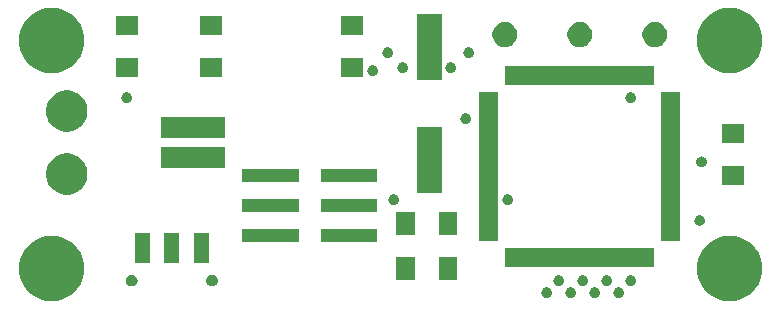
<source format=gbr>
G04 #@! TF.GenerationSoftware,KiCad,Pcbnew,(5.1.2)-2*
G04 #@! TF.CreationDate,2019-06-19T15:06:05-04:00*
G04 #@! TF.ProjectId,binary_counter,62696e61-7279-45f6-936f-756e7465722e,rev?*
G04 #@! TF.SameCoordinates,Original*
G04 #@! TF.FileFunction,Soldermask,Top*
G04 #@! TF.FilePolarity,Negative*
%FSLAX46Y46*%
G04 Gerber Fmt 4.6, Leading zero omitted, Abs format (unit mm)*
G04 Created by KiCad (PCBNEW (5.1.2)-2) date 2019-06-19 15:06:05*
%MOMM*%
%LPD*%
G04 APERTURE LIST*
%ADD10C,0.100000*%
G04 APERTURE END LIST*
D10*
G36*
X161230943Y-121231205D02*
G01*
X161585925Y-121301815D01*
X162087503Y-121509576D01*
X162538912Y-121811197D01*
X162922803Y-122195088D01*
X163224424Y-122646497D01*
X163432185Y-123148075D01*
X163538100Y-123680548D01*
X163538100Y-124223452D01*
X163432185Y-124755925D01*
X163224424Y-125257503D01*
X162922803Y-125708912D01*
X162538912Y-126092803D01*
X162087503Y-126394424D01*
X161585925Y-126602185D01*
X161230943Y-126672795D01*
X161053453Y-126708100D01*
X160510547Y-126708100D01*
X160333057Y-126672795D01*
X159978075Y-126602185D01*
X159476497Y-126394424D01*
X159025088Y-126092803D01*
X158641197Y-125708912D01*
X158339576Y-125257503D01*
X158131815Y-124755925D01*
X158025900Y-124223452D01*
X158025900Y-123680548D01*
X158131815Y-123148075D01*
X158339576Y-122646497D01*
X158641197Y-122195088D01*
X159025088Y-121811197D01*
X159476497Y-121509576D01*
X159978075Y-121301815D01*
X160333057Y-121231205D01*
X160510547Y-121195900D01*
X161053453Y-121195900D01*
X161230943Y-121231205D01*
X161230943Y-121231205D01*
G37*
G36*
X103826943Y-121231205D02*
G01*
X104181925Y-121301815D01*
X104683503Y-121509576D01*
X105134912Y-121811197D01*
X105518803Y-122195088D01*
X105820424Y-122646497D01*
X106028185Y-123148075D01*
X106134100Y-123680548D01*
X106134100Y-124223452D01*
X106028185Y-124755925D01*
X105820424Y-125257503D01*
X105518803Y-125708912D01*
X105134912Y-126092803D01*
X104683503Y-126394424D01*
X104181925Y-126602185D01*
X103826943Y-126672795D01*
X103649453Y-126708100D01*
X103106547Y-126708100D01*
X102929057Y-126672795D01*
X102574075Y-126602185D01*
X102072497Y-126394424D01*
X101621088Y-126092803D01*
X101237197Y-125708912D01*
X100935576Y-125257503D01*
X100727815Y-124755925D01*
X100621900Y-124223452D01*
X100621900Y-123680548D01*
X100727815Y-123148075D01*
X100935576Y-122646497D01*
X101237197Y-122195088D01*
X101621088Y-121811197D01*
X102072497Y-121509576D01*
X102574075Y-121301815D01*
X102929057Y-121231205D01*
X103106547Y-121195900D01*
X103649453Y-121195900D01*
X103826943Y-121231205D01*
X103826943Y-121231205D01*
G37*
G36*
X151515552Y-125550331D02*
G01*
X151597627Y-125584328D01*
X151597629Y-125584329D01*
X151634813Y-125609175D01*
X151671494Y-125633684D01*
X151734314Y-125696504D01*
X151783670Y-125770369D01*
X151783672Y-125770373D01*
X151817669Y-125852448D01*
X151835000Y-125939579D01*
X151835000Y-126028421D01*
X151817669Y-126115552D01*
X151783672Y-126197627D01*
X151734316Y-126271494D01*
X151671496Y-126334314D01*
X151597629Y-126383671D01*
X151597628Y-126383672D01*
X151597627Y-126383672D01*
X151515552Y-126417669D01*
X151428421Y-126435000D01*
X151339579Y-126435000D01*
X151252448Y-126417669D01*
X151170373Y-126383672D01*
X151170372Y-126383672D01*
X151170371Y-126383671D01*
X151096504Y-126334314D01*
X151033686Y-126271496D01*
X151033685Y-126271494D01*
X150984328Y-126197627D01*
X150950331Y-126115552D01*
X150933000Y-126028421D01*
X150933000Y-125939579D01*
X150950331Y-125852448D01*
X150984328Y-125770373D01*
X150984331Y-125770369D01*
X151033686Y-125696504D01*
X151096504Y-125633686D01*
X151096507Y-125633684D01*
X151133187Y-125609175D01*
X151170371Y-125584329D01*
X151170373Y-125584328D01*
X151252448Y-125550331D01*
X151339579Y-125533000D01*
X151428421Y-125533000D01*
X151515552Y-125550331D01*
X151515552Y-125550331D01*
G37*
G36*
X145419548Y-125550331D02*
G01*
X145501623Y-125584328D01*
X145501625Y-125584329D01*
X145538809Y-125609175D01*
X145575490Y-125633684D01*
X145638310Y-125696504D01*
X145687666Y-125770369D01*
X145687668Y-125770373D01*
X145721665Y-125852448D01*
X145738996Y-125939579D01*
X145738996Y-126028421D01*
X145721665Y-126115552D01*
X145687668Y-126197627D01*
X145638312Y-126271494D01*
X145575492Y-126334314D01*
X145501625Y-126383671D01*
X145501624Y-126383672D01*
X145501623Y-126383672D01*
X145419548Y-126417669D01*
X145332417Y-126435000D01*
X145243575Y-126435000D01*
X145156444Y-126417669D01*
X145074369Y-126383672D01*
X145074368Y-126383672D01*
X145074367Y-126383671D01*
X145000500Y-126334314D01*
X144937682Y-126271496D01*
X144937681Y-126271494D01*
X144888324Y-126197627D01*
X144854327Y-126115552D01*
X144836996Y-126028421D01*
X144836996Y-125939579D01*
X144854327Y-125852448D01*
X144888324Y-125770373D01*
X144888327Y-125770369D01*
X144937682Y-125696504D01*
X145000500Y-125633686D01*
X145000503Y-125633684D01*
X145037183Y-125609175D01*
X145074367Y-125584329D01*
X145074369Y-125584328D01*
X145156444Y-125550331D01*
X145243575Y-125533000D01*
X145332417Y-125533000D01*
X145419548Y-125550331D01*
X145419548Y-125550331D01*
G37*
G36*
X149483552Y-125550329D02*
G01*
X149565627Y-125584326D01*
X149565629Y-125584327D01*
X149602813Y-125609173D01*
X149639495Y-125633683D01*
X149702315Y-125696503D01*
X149702316Y-125696505D01*
X149751670Y-125770367D01*
X149751672Y-125770371D01*
X149785669Y-125852446D01*
X149803000Y-125939577D01*
X149803000Y-126028419D01*
X149785669Y-126115550D01*
X149751673Y-126197623D01*
X149751671Y-126197627D01*
X149726825Y-126234811D01*
X149702315Y-126271493D01*
X149639495Y-126334313D01*
X149639492Y-126334315D01*
X149565629Y-126383669D01*
X149565628Y-126383670D01*
X149565627Y-126383670D01*
X149483552Y-126417667D01*
X149396421Y-126434998D01*
X149307579Y-126434998D01*
X149220448Y-126417667D01*
X149138373Y-126383670D01*
X149138372Y-126383670D01*
X149138371Y-126383669D01*
X149064508Y-126334315D01*
X149064505Y-126334313D01*
X149001685Y-126271493D01*
X148977175Y-126234811D01*
X148952329Y-126197627D01*
X148952327Y-126197623D01*
X148918331Y-126115550D01*
X148901000Y-126028419D01*
X148901000Y-125939577D01*
X148918331Y-125852446D01*
X148952328Y-125770371D01*
X148952331Y-125770367D01*
X149001684Y-125696505D01*
X149001685Y-125696503D01*
X149064505Y-125633683D01*
X149101187Y-125609173D01*
X149138371Y-125584327D01*
X149138373Y-125584326D01*
X149220448Y-125550329D01*
X149307579Y-125532998D01*
X149396421Y-125532998D01*
X149483552Y-125550329D01*
X149483552Y-125550329D01*
G37*
G36*
X147451552Y-125550325D02*
G01*
X147533627Y-125584322D01*
X147533629Y-125584323D01*
X147570813Y-125609169D01*
X147607495Y-125633679D01*
X147670315Y-125696499D01*
X147719672Y-125770367D01*
X147753669Y-125852442D01*
X147771000Y-125939573D01*
X147771000Y-126028415D01*
X147753669Y-126115546D01*
X147719672Y-126197621D01*
X147719671Y-126197623D01*
X147719668Y-126197627D01*
X147670315Y-126271489D01*
X147607495Y-126334309D01*
X147607486Y-126334315D01*
X147533629Y-126383665D01*
X147533628Y-126383666D01*
X147533627Y-126383666D01*
X147451552Y-126417663D01*
X147364421Y-126434994D01*
X147275579Y-126434994D01*
X147188448Y-126417663D01*
X147106373Y-126383666D01*
X147106372Y-126383666D01*
X147106371Y-126383665D01*
X147032514Y-126334315D01*
X147032505Y-126334309D01*
X146969685Y-126271489D01*
X146920332Y-126197627D01*
X146920329Y-126197623D01*
X146920328Y-126197621D01*
X146886331Y-126115546D01*
X146869000Y-126028415D01*
X146869000Y-125939573D01*
X146886331Y-125852442D01*
X146920328Y-125770367D01*
X146969685Y-125696499D01*
X147032505Y-125633679D01*
X147069187Y-125609169D01*
X147106371Y-125584323D01*
X147106373Y-125584322D01*
X147188448Y-125550325D01*
X147275579Y-125532994D01*
X147364421Y-125532994D01*
X147451552Y-125550325D01*
X147451552Y-125550325D01*
G37*
G36*
X110235740Y-124476626D02*
G01*
X110284136Y-124486253D01*
X110321902Y-124501896D01*
X110375311Y-124524019D01*
X110416062Y-124551248D01*
X110457369Y-124578848D01*
X110527152Y-124648631D01*
X110548449Y-124680505D01*
X110581981Y-124730689D01*
X110619747Y-124821865D01*
X110639000Y-124918655D01*
X110639000Y-125017345D01*
X110619747Y-125114135D01*
X110581981Y-125205311D01*
X110581980Y-125205312D01*
X110527152Y-125287369D01*
X110457369Y-125357152D01*
X110416062Y-125384752D01*
X110375311Y-125411981D01*
X110321902Y-125434104D01*
X110284136Y-125449747D01*
X110235740Y-125459374D01*
X110187345Y-125469000D01*
X110088655Y-125469000D01*
X110040260Y-125459374D01*
X109991864Y-125449747D01*
X109954098Y-125434104D01*
X109900689Y-125411981D01*
X109859938Y-125384752D01*
X109818631Y-125357152D01*
X109748848Y-125287369D01*
X109694020Y-125205312D01*
X109694019Y-125205311D01*
X109656253Y-125114135D01*
X109637000Y-125017345D01*
X109637000Y-124918655D01*
X109656253Y-124821865D01*
X109694019Y-124730689D01*
X109727551Y-124680505D01*
X109748848Y-124648631D01*
X109818631Y-124578848D01*
X109859938Y-124551248D01*
X109900689Y-124524019D01*
X109954098Y-124501896D01*
X109991864Y-124486253D01*
X110040260Y-124476626D01*
X110088655Y-124467000D01*
X110187345Y-124467000D01*
X110235740Y-124476626D01*
X110235740Y-124476626D01*
G37*
G36*
X117035740Y-124476626D02*
G01*
X117084136Y-124486253D01*
X117121902Y-124501896D01*
X117175311Y-124524019D01*
X117216062Y-124551248D01*
X117257369Y-124578848D01*
X117327152Y-124648631D01*
X117348449Y-124680505D01*
X117381981Y-124730689D01*
X117419747Y-124821865D01*
X117439000Y-124918655D01*
X117439000Y-125017345D01*
X117419747Y-125114135D01*
X117381981Y-125205311D01*
X117381980Y-125205312D01*
X117327152Y-125287369D01*
X117257369Y-125357152D01*
X117216062Y-125384752D01*
X117175311Y-125411981D01*
X117121902Y-125434104D01*
X117084136Y-125449747D01*
X117035740Y-125459374D01*
X116987345Y-125469000D01*
X116888655Y-125469000D01*
X116840260Y-125459374D01*
X116791864Y-125449747D01*
X116754098Y-125434104D01*
X116700689Y-125411981D01*
X116659938Y-125384752D01*
X116618631Y-125357152D01*
X116548848Y-125287369D01*
X116494020Y-125205312D01*
X116494019Y-125205311D01*
X116456253Y-125114135D01*
X116437000Y-125017345D01*
X116437000Y-124918655D01*
X116456253Y-124821865D01*
X116494019Y-124730689D01*
X116527551Y-124680505D01*
X116548848Y-124648631D01*
X116618631Y-124578848D01*
X116659938Y-124551248D01*
X116700689Y-124524019D01*
X116754098Y-124501896D01*
X116791864Y-124486253D01*
X116840260Y-124476626D01*
X116888655Y-124467000D01*
X116987345Y-124467000D01*
X117035740Y-124476626D01*
X117035740Y-124476626D01*
G37*
G36*
X146435560Y-124534335D02*
G01*
X146517635Y-124568332D01*
X146517637Y-124568333D01*
X146554821Y-124593179D01*
X146591499Y-124617686D01*
X146591504Y-124617690D01*
X146654322Y-124680508D01*
X146703678Y-124754373D01*
X146703680Y-124754377D01*
X146737677Y-124836452D01*
X146755008Y-124923583D01*
X146755008Y-125012425D01*
X146737677Y-125099556D01*
X146703680Y-125181631D01*
X146654326Y-125255495D01*
X146654322Y-125255500D01*
X146591504Y-125318318D01*
X146517637Y-125367675D01*
X146517636Y-125367676D01*
X146517635Y-125367676D01*
X146435560Y-125401673D01*
X146348429Y-125419004D01*
X146259587Y-125419004D01*
X146172456Y-125401673D01*
X146090381Y-125367676D01*
X146090380Y-125367676D01*
X146090379Y-125367675D01*
X146016512Y-125318318D01*
X145953694Y-125255500D01*
X145953691Y-125255495D01*
X145904336Y-125181631D01*
X145870339Y-125099556D01*
X145853008Y-125012425D01*
X145853008Y-124923583D01*
X145870339Y-124836452D01*
X145904336Y-124754377D01*
X145904339Y-124754373D01*
X145953694Y-124680508D01*
X146016512Y-124617690D01*
X146016518Y-124617686D01*
X146053195Y-124593179D01*
X146090379Y-124568333D01*
X146090381Y-124568332D01*
X146172456Y-124534335D01*
X146259587Y-124517004D01*
X146348429Y-124517004D01*
X146435560Y-124534335D01*
X146435560Y-124534335D01*
G37*
G36*
X148467552Y-124534331D02*
G01*
X148549627Y-124568328D01*
X148549629Y-124568329D01*
X148586813Y-124593175D01*
X148623495Y-124617685D01*
X148686315Y-124680505D01*
X148735672Y-124754373D01*
X148769669Y-124836448D01*
X148787000Y-124923579D01*
X148787000Y-125012421D01*
X148769669Y-125099552D01*
X148735672Y-125181627D01*
X148735671Y-125181629D01*
X148735668Y-125181633D01*
X148686315Y-125255495D01*
X148623495Y-125318315D01*
X148623489Y-125318319D01*
X148549629Y-125367671D01*
X148549628Y-125367672D01*
X148549627Y-125367672D01*
X148467552Y-125401669D01*
X148380421Y-125419000D01*
X148291579Y-125419000D01*
X148204448Y-125401669D01*
X148122373Y-125367672D01*
X148122372Y-125367672D01*
X148122371Y-125367671D01*
X148048511Y-125318319D01*
X148048505Y-125318315D01*
X147985685Y-125255495D01*
X147936332Y-125181633D01*
X147936329Y-125181629D01*
X147936328Y-125181627D01*
X147902331Y-125099552D01*
X147885000Y-125012421D01*
X147885000Y-124923579D01*
X147902331Y-124836448D01*
X147936328Y-124754373D01*
X147985685Y-124680505D01*
X148048505Y-124617685D01*
X148085187Y-124593175D01*
X148122371Y-124568329D01*
X148122373Y-124568328D01*
X148204448Y-124534331D01*
X148291579Y-124517000D01*
X148380421Y-124517000D01*
X148467552Y-124534331D01*
X148467552Y-124534331D01*
G37*
G36*
X152531552Y-124534331D02*
G01*
X152613627Y-124568328D01*
X152613629Y-124568329D01*
X152650813Y-124593175D01*
X152687495Y-124617685D01*
X152750315Y-124680505D01*
X152799672Y-124754373D01*
X152833669Y-124836448D01*
X152851000Y-124923579D01*
X152851000Y-125012421D01*
X152833669Y-125099552D01*
X152799672Y-125181627D01*
X152799671Y-125181629D01*
X152799668Y-125181633D01*
X152750315Y-125255495D01*
X152687495Y-125318315D01*
X152687489Y-125318319D01*
X152613629Y-125367671D01*
X152613628Y-125367672D01*
X152613627Y-125367672D01*
X152531552Y-125401669D01*
X152444421Y-125419000D01*
X152355579Y-125419000D01*
X152268448Y-125401669D01*
X152186373Y-125367672D01*
X152186372Y-125367672D01*
X152186371Y-125367671D01*
X152112511Y-125318319D01*
X152112505Y-125318315D01*
X152049685Y-125255495D01*
X152000332Y-125181633D01*
X152000329Y-125181629D01*
X152000328Y-125181627D01*
X151966331Y-125099552D01*
X151949000Y-125012421D01*
X151949000Y-124923579D01*
X151966331Y-124836448D01*
X152000328Y-124754373D01*
X152049685Y-124680505D01*
X152112505Y-124617685D01*
X152149187Y-124593175D01*
X152186371Y-124568329D01*
X152186373Y-124568328D01*
X152268448Y-124534331D01*
X152355579Y-124517000D01*
X152444421Y-124517000D01*
X152531552Y-124534331D01*
X152531552Y-124534331D01*
G37*
G36*
X150499552Y-124534331D02*
G01*
X150581627Y-124568328D01*
X150581629Y-124568329D01*
X150618813Y-124593175D01*
X150655495Y-124617685D01*
X150718315Y-124680505D01*
X150767672Y-124754373D01*
X150801669Y-124836448D01*
X150819000Y-124923579D01*
X150819000Y-125012421D01*
X150801669Y-125099552D01*
X150767672Y-125181627D01*
X150767671Y-125181629D01*
X150767668Y-125181633D01*
X150718315Y-125255495D01*
X150655495Y-125318315D01*
X150655489Y-125318319D01*
X150581629Y-125367671D01*
X150581628Y-125367672D01*
X150581627Y-125367672D01*
X150499552Y-125401669D01*
X150412421Y-125419000D01*
X150323579Y-125419000D01*
X150236448Y-125401669D01*
X150154373Y-125367672D01*
X150154372Y-125367672D01*
X150154371Y-125367671D01*
X150080511Y-125318319D01*
X150080505Y-125318315D01*
X150017685Y-125255495D01*
X149968332Y-125181633D01*
X149968329Y-125181629D01*
X149968328Y-125181627D01*
X149934331Y-125099552D01*
X149917000Y-125012421D01*
X149917000Y-124923579D01*
X149934331Y-124836448D01*
X149968328Y-124754373D01*
X150017685Y-124680505D01*
X150080505Y-124617685D01*
X150117187Y-124593175D01*
X150154371Y-124568329D01*
X150154373Y-124568328D01*
X150236448Y-124534331D01*
X150323579Y-124517000D01*
X150412421Y-124517000D01*
X150499552Y-124534331D01*
X150499552Y-124534331D01*
G37*
G36*
X137729000Y-124903000D02*
G01*
X136127000Y-124903000D01*
X136127000Y-123001000D01*
X137729000Y-123001000D01*
X137729000Y-124903000D01*
X137729000Y-124903000D01*
G37*
G36*
X134129000Y-124903000D02*
G01*
X132527000Y-124903000D01*
X132527000Y-123001000D01*
X134129000Y-123001000D01*
X134129000Y-124903000D01*
X134129000Y-124903000D01*
G37*
G36*
X154408000Y-123817000D02*
G01*
X141756000Y-123817000D01*
X141756000Y-122215000D01*
X154408000Y-122215000D01*
X154408000Y-123817000D01*
X154408000Y-123817000D01*
G37*
G36*
X114189000Y-123519000D02*
G01*
X112887000Y-123519000D01*
X112887000Y-120917000D01*
X114189000Y-120917000D01*
X114189000Y-123519000D01*
X114189000Y-123519000D01*
G37*
G36*
X116689000Y-123519000D02*
G01*
X115387000Y-123519000D01*
X115387000Y-120917000D01*
X116689000Y-120917000D01*
X116689000Y-123519000D01*
X116689000Y-123519000D01*
G37*
G36*
X111689000Y-123519000D02*
G01*
X110387000Y-123519000D01*
X110387000Y-120917000D01*
X111689000Y-120917000D01*
X111689000Y-123519000D01*
X111689000Y-123519000D01*
G37*
G36*
X130923000Y-121749000D02*
G01*
X126166000Y-121749000D01*
X126166000Y-120567000D01*
X130923000Y-120567000D01*
X130923000Y-121749000D01*
X130923000Y-121749000D01*
G37*
G36*
X124278000Y-121749000D02*
G01*
X119521000Y-121749000D01*
X119521000Y-120567000D01*
X124278000Y-120567000D01*
X124278000Y-121749000D01*
X124278000Y-121749000D01*
G37*
G36*
X156583000Y-121642000D02*
G01*
X154981000Y-121642000D01*
X154981000Y-108990000D01*
X156583000Y-108990000D01*
X156583000Y-121642000D01*
X156583000Y-121642000D01*
G37*
G36*
X141183000Y-121642000D02*
G01*
X139581000Y-121642000D01*
X139581000Y-108990000D01*
X141183000Y-108990000D01*
X141183000Y-121642000D01*
X141183000Y-121642000D01*
G37*
G36*
X137729000Y-121093000D02*
G01*
X136127000Y-121093000D01*
X136127000Y-119191000D01*
X137729000Y-119191000D01*
X137729000Y-121093000D01*
X137729000Y-121093000D01*
G37*
G36*
X134129000Y-121093000D02*
G01*
X132527000Y-121093000D01*
X132527000Y-119191000D01*
X134129000Y-119191000D01*
X134129000Y-121093000D01*
X134129000Y-121093000D01*
G37*
G36*
X158373552Y-119438334D02*
G01*
X158455627Y-119472331D01*
X158455629Y-119472332D01*
X158492813Y-119497178D01*
X158529495Y-119521688D01*
X158592315Y-119584508D01*
X158641672Y-119658376D01*
X158675669Y-119740451D01*
X158693000Y-119827582D01*
X158693000Y-119916424D01*
X158675669Y-120003555D01*
X158659744Y-120042000D01*
X158641671Y-120085632D01*
X158592314Y-120159499D01*
X158529496Y-120222317D01*
X158455629Y-120271674D01*
X158455628Y-120271675D01*
X158455627Y-120271675D01*
X158373552Y-120305672D01*
X158286421Y-120323003D01*
X158197579Y-120323003D01*
X158110448Y-120305672D01*
X158028373Y-120271675D01*
X158028372Y-120271675D01*
X158028371Y-120271674D01*
X157954504Y-120222317D01*
X157891686Y-120159499D01*
X157842329Y-120085632D01*
X157824256Y-120042000D01*
X157808331Y-120003555D01*
X157791000Y-119916424D01*
X157791000Y-119827582D01*
X157808331Y-119740451D01*
X157842328Y-119658376D01*
X157891685Y-119584508D01*
X157954505Y-119521688D01*
X157991187Y-119497178D01*
X158028371Y-119472332D01*
X158028373Y-119472331D01*
X158110448Y-119438334D01*
X158197579Y-119421003D01*
X158286421Y-119421003D01*
X158373552Y-119438334D01*
X158373552Y-119438334D01*
G37*
G36*
X130923000Y-119209000D02*
G01*
X126166000Y-119209000D01*
X126166000Y-118027000D01*
X130923000Y-118027000D01*
X130923000Y-119209000D01*
X130923000Y-119209000D01*
G37*
G36*
X124278000Y-119209000D02*
G01*
X119521000Y-119209000D01*
X119521000Y-118027000D01*
X124278000Y-118027000D01*
X124278000Y-119209000D01*
X124278000Y-119209000D01*
G37*
G36*
X142117552Y-117676331D02*
G01*
X142186764Y-117705000D01*
X142199629Y-117710329D01*
X142236813Y-117735175D01*
X142273495Y-117759685D01*
X142336315Y-117822505D01*
X142385672Y-117896373D01*
X142419669Y-117978448D01*
X142437000Y-118065579D01*
X142437000Y-118154421D01*
X142419669Y-118241552D01*
X142385672Y-118323627D01*
X142385671Y-118323629D01*
X142336314Y-118397496D01*
X142273496Y-118460314D01*
X142199629Y-118509671D01*
X142199628Y-118509672D01*
X142199627Y-118509672D01*
X142117552Y-118543669D01*
X142030421Y-118561000D01*
X141941579Y-118561000D01*
X141854448Y-118543669D01*
X141772373Y-118509672D01*
X141772372Y-118509672D01*
X141772371Y-118509671D01*
X141698504Y-118460314D01*
X141635686Y-118397496D01*
X141586329Y-118323629D01*
X141586328Y-118323627D01*
X141552331Y-118241552D01*
X141535000Y-118154421D01*
X141535000Y-118065579D01*
X141552331Y-117978448D01*
X141586328Y-117896373D01*
X141635685Y-117822505D01*
X141698505Y-117759685D01*
X141735187Y-117735175D01*
X141772371Y-117710329D01*
X141785236Y-117705000D01*
X141854448Y-117676331D01*
X141941579Y-117659000D01*
X142030421Y-117659000D01*
X142117552Y-117676331D01*
X142117552Y-117676331D01*
G37*
G36*
X132465552Y-117676331D02*
G01*
X132534764Y-117705000D01*
X132547629Y-117710329D01*
X132584813Y-117735175D01*
X132621495Y-117759685D01*
X132684315Y-117822505D01*
X132733672Y-117896373D01*
X132767669Y-117978448D01*
X132785000Y-118065579D01*
X132785000Y-118154421D01*
X132767669Y-118241552D01*
X132733672Y-118323627D01*
X132733671Y-118323629D01*
X132684314Y-118397496D01*
X132621496Y-118460314D01*
X132547629Y-118509671D01*
X132547628Y-118509672D01*
X132547627Y-118509672D01*
X132465552Y-118543669D01*
X132378421Y-118561000D01*
X132289579Y-118561000D01*
X132202448Y-118543669D01*
X132120373Y-118509672D01*
X132120372Y-118509672D01*
X132120371Y-118509671D01*
X132046504Y-118460314D01*
X131983686Y-118397496D01*
X131934329Y-118323629D01*
X131934328Y-118323627D01*
X131900331Y-118241552D01*
X131883000Y-118154421D01*
X131883000Y-118065579D01*
X131900331Y-117978448D01*
X131934328Y-117896373D01*
X131983685Y-117822505D01*
X132046505Y-117759685D01*
X132083187Y-117735175D01*
X132120371Y-117710329D01*
X132133236Y-117705000D01*
X132202448Y-117676331D01*
X132289579Y-117659000D01*
X132378421Y-117659000D01*
X132465552Y-117676331D01*
X132465552Y-117676331D01*
G37*
G36*
X105045985Y-114247860D02*
G01*
X105158748Y-114270290D01*
X105290741Y-114324963D01*
X105477408Y-114402283D01*
X105764196Y-114593909D01*
X106008091Y-114837804D01*
X106199717Y-115124592D01*
X106232400Y-115203496D01*
X106326221Y-115430000D01*
X106331710Y-115443253D01*
X106399000Y-115781540D01*
X106399000Y-116126460D01*
X106331710Y-116464747D01*
X106199717Y-116783408D01*
X106008091Y-117070196D01*
X105764196Y-117314091D01*
X105477408Y-117505717D01*
X105290741Y-117583037D01*
X105158748Y-117637710D01*
X105051716Y-117659000D01*
X104820460Y-117705000D01*
X104475540Y-117705000D01*
X104244284Y-117659000D01*
X104137252Y-117637710D01*
X104005259Y-117583037D01*
X103818592Y-117505717D01*
X103531804Y-117314091D01*
X103287909Y-117070196D01*
X103096283Y-116783408D01*
X102964290Y-116464747D01*
X102897000Y-116126460D01*
X102897000Y-115781540D01*
X102964290Y-115443253D01*
X102969780Y-115430000D01*
X103063600Y-115203496D01*
X103096283Y-115124592D01*
X103287909Y-114837804D01*
X103531804Y-114593909D01*
X103818592Y-114402283D01*
X104005259Y-114324963D01*
X104137252Y-114270290D01*
X104250015Y-114247860D01*
X104475540Y-114203000D01*
X104820460Y-114203000D01*
X105045985Y-114247860D01*
X105045985Y-114247860D01*
G37*
G36*
X136433000Y-117533000D02*
G01*
X134331000Y-117533000D01*
X134331000Y-111931000D01*
X136433000Y-111931000D01*
X136433000Y-117533000D01*
X136433000Y-117533000D01*
G37*
G36*
X161987000Y-116901000D02*
G01*
X160085000Y-116901000D01*
X160085000Y-115299000D01*
X161987000Y-115299000D01*
X161987000Y-116901000D01*
X161987000Y-116901000D01*
G37*
G36*
X130923000Y-116669000D02*
G01*
X126166000Y-116669000D01*
X126166000Y-115487000D01*
X130923000Y-115487000D01*
X130923000Y-116669000D01*
X130923000Y-116669000D01*
G37*
G36*
X124278000Y-116669000D02*
G01*
X119521000Y-116669000D01*
X119521000Y-115487000D01*
X124278000Y-115487000D01*
X124278000Y-116669000D01*
X124278000Y-116669000D01*
G37*
G36*
X118054000Y-115430000D02*
G01*
X112622000Y-115430000D01*
X112622000Y-113678000D01*
X118054000Y-113678000D01*
X118054000Y-115430000D01*
X118054000Y-115430000D01*
G37*
G36*
X158519552Y-114482331D02*
G01*
X158601627Y-114516328D01*
X158601629Y-114516329D01*
X158638813Y-114541175D01*
X158675495Y-114565685D01*
X158738315Y-114628505D01*
X158787672Y-114702373D01*
X158821669Y-114784448D01*
X158839000Y-114871579D01*
X158839000Y-114960421D01*
X158821669Y-115047552D01*
X158787672Y-115129627D01*
X158787671Y-115129629D01*
X158738314Y-115203496D01*
X158675496Y-115266314D01*
X158601629Y-115315671D01*
X158601628Y-115315672D01*
X158601627Y-115315672D01*
X158519552Y-115349669D01*
X158432421Y-115367000D01*
X158343579Y-115367000D01*
X158256448Y-115349669D01*
X158174373Y-115315672D01*
X158174372Y-115315672D01*
X158174371Y-115315671D01*
X158100504Y-115266314D01*
X158037686Y-115203496D01*
X157988329Y-115129629D01*
X157988328Y-115129627D01*
X157954331Y-115047552D01*
X157937000Y-114960421D01*
X157937000Y-114871579D01*
X157954331Y-114784448D01*
X157988328Y-114702373D01*
X158037685Y-114628505D01*
X158100505Y-114565685D01*
X158137187Y-114541175D01*
X158174371Y-114516329D01*
X158174373Y-114516328D01*
X158256448Y-114482331D01*
X158343579Y-114465000D01*
X158432421Y-114465000D01*
X158519552Y-114482331D01*
X158519552Y-114482331D01*
G37*
G36*
X161987000Y-113301000D02*
G01*
X160085000Y-113301000D01*
X160085000Y-111699000D01*
X161987000Y-111699000D01*
X161987000Y-113301000D01*
X161987000Y-113301000D01*
G37*
G36*
X118054000Y-112890000D02*
G01*
X112622000Y-112890000D01*
X112622000Y-111138000D01*
X118054000Y-111138000D01*
X118054000Y-112890000D01*
X118054000Y-112890000D01*
G37*
G36*
X105045985Y-108907860D02*
G01*
X105158748Y-108930290D01*
X105290741Y-108984963D01*
X105477408Y-109062283D01*
X105764196Y-109253909D01*
X106008091Y-109497804D01*
X106199717Y-109784592D01*
X106331710Y-110103253D01*
X106399000Y-110441540D01*
X106399000Y-110786460D01*
X106363584Y-110964505D01*
X106331710Y-111124748D01*
X106277037Y-111256741D01*
X106199717Y-111443408D01*
X106008091Y-111730196D01*
X105764196Y-111974091D01*
X105477408Y-112165717D01*
X105290741Y-112243037D01*
X105158748Y-112297710D01*
X105045985Y-112320140D01*
X104820460Y-112365000D01*
X104475540Y-112365000D01*
X104250015Y-112320140D01*
X104137252Y-112297710D01*
X104005259Y-112243037D01*
X103818592Y-112165717D01*
X103531804Y-111974091D01*
X103287909Y-111730196D01*
X103096283Y-111443408D01*
X103018963Y-111256741D01*
X102964290Y-111124748D01*
X102932416Y-110964505D01*
X102897000Y-110786460D01*
X102897000Y-110441540D01*
X102964290Y-110103253D01*
X103096283Y-109784592D01*
X103287909Y-109497804D01*
X103531804Y-109253909D01*
X103818592Y-109062283D01*
X104005259Y-108984963D01*
X104137252Y-108930290D01*
X104250015Y-108907860D01*
X104475540Y-108863000D01*
X104820460Y-108863000D01*
X105045985Y-108907860D01*
X105045985Y-108907860D01*
G37*
G36*
X138561552Y-110818331D02*
G01*
X138643627Y-110852328D01*
X138643629Y-110852329D01*
X138680813Y-110877175D01*
X138717495Y-110901685D01*
X138780315Y-110964505D01*
X138829672Y-111038373D01*
X138863669Y-111120448D01*
X138881000Y-111207579D01*
X138881000Y-111296421D01*
X138863669Y-111383552D01*
X138838875Y-111443409D01*
X138829671Y-111465629D01*
X138780314Y-111539496D01*
X138717496Y-111602314D01*
X138643629Y-111651671D01*
X138643628Y-111651672D01*
X138643627Y-111651672D01*
X138561552Y-111685669D01*
X138474421Y-111703000D01*
X138385579Y-111703000D01*
X138298448Y-111685669D01*
X138216373Y-111651672D01*
X138216372Y-111651672D01*
X138216371Y-111651671D01*
X138142504Y-111602314D01*
X138079686Y-111539496D01*
X138030329Y-111465629D01*
X138021125Y-111443409D01*
X137996331Y-111383552D01*
X137979000Y-111296421D01*
X137979000Y-111207579D01*
X137996331Y-111120448D01*
X138030328Y-111038373D01*
X138079685Y-110964505D01*
X138142505Y-110901685D01*
X138179187Y-110877175D01*
X138216371Y-110852329D01*
X138216373Y-110852328D01*
X138298448Y-110818331D01*
X138385579Y-110801000D01*
X138474421Y-110801000D01*
X138561552Y-110818331D01*
X138561552Y-110818331D01*
G37*
G36*
X152531552Y-109040331D02*
G01*
X152613627Y-109074328D01*
X152613629Y-109074329D01*
X152650813Y-109099175D01*
X152687495Y-109123685D01*
X152750315Y-109186505D01*
X152799672Y-109260373D01*
X152833669Y-109342448D01*
X152851000Y-109429579D01*
X152851000Y-109518421D01*
X152833669Y-109605552D01*
X152799672Y-109687627D01*
X152799671Y-109687629D01*
X152750314Y-109761496D01*
X152687496Y-109824314D01*
X152613629Y-109873671D01*
X152613628Y-109873672D01*
X152613627Y-109873672D01*
X152531552Y-109907669D01*
X152444421Y-109925000D01*
X152355579Y-109925000D01*
X152268448Y-109907669D01*
X152186373Y-109873672D01*
X152186372Y-109873672D01*
X152186371Y-109873671D01*
X152112504Y-109824314D01*
X152049686Y-109761496D01*
X152000329Y-109687629D01*
X152000328Y-109687627D01*
X151966331Y-109605552D01*
X151949000Y-109518421D01*
X151949000Y-109429579D01*
X151966331Y-109342448D01*
X152000328Y-109260373D01*
X152049685Y-109186505D01*
X152112505Y-109123685D01*
X152149187Y-109099175D01*
X152186371Y-109074329D01*
X152186373Y-109074328D01*
X152268448Y-109040331D01*
X152355579Y-109023000D01*
X152444421Y-109023000D01*
X152531552Y-109040331D01*
X152531552Y-109040331D01*
G37*
G36*
X109859552Y-109040331D02*
G01*
X109941627Y-109074328D01*
X109941629Y-109074329D01*
X109978813Y-109099175D01*
X110015495Y-109123685D01*
X110078315Y-109186505D01*
X110127672Y-109260373D01*
X110161669Y-109342448D01*
X110179000Y-109429579D01*
X110179000Y-109518421D01*
X110161669Y-109605552D01*
X110127672Y-109687627D01*
X110127671Y-109687629D01*
X110078314Y-109761496D01*
X110015496Y-109824314D01*
X109941629Y-109873671D01*
X109941628Y-109873672D01*
X109941627Y-109873672D01*
X109859552Y-109907669D01*
X109772421Y-109925000D01*
X109683579Y-109925000D01*
X109596448Y-109907669D01*
X109514373Y-109873672D01*
X109514372Y-109873672D01*
X109514371Y-109873671D01*
X109440504Y-109824314D01*
X109377686Y-109761496D01*
X109328329Y-109687629D01*
X109328328Y-109687627D01*
X109294331Y-109605552D01*
X109277000Y-109518421D01*
X109277000Y-109429579D01*
X109294331Y-109342448D01*
X109328328Y-109260373D01*
X109377685Y-109186505D01*
X109440505Y-109123685D01*
X109477187Y-109099175D01*
X109514371Y-109074329D01*
X109514373Y-109074328D01*
X109596448Y-109040331D01*
X109683579Y-109023000D01*
X109772421Y-109023000D01*
X109859552Y-109040331D01*
X109859552Y-109040331D01*
G37*
G36*
X154408000Y-108417000D02*
G01*
X141756000Y-108417000D01*
X141756000Y-106815000D01*
X154408000Y-106815000D01*
X154408000Y-108417000D01*
X154408000Y-108417000D01*
G37*
G36*
X136433000Y-108033000D02*
G01*
X134331000Y-108033000D01*
X134331000Y-102431000D01*
X136433000Y-102431000D01*
X136433000Y-108033000D01*
X136433000Y-108033000D01*
G37*
G36*
X110679000Y-107757000D02*
G01*
X108777000Y-107757000D01*
X108777000Y-106155000D01*
X110679000Y-106155000D01*
X110679000Y-107757000D01*
X110679000Y-107757000D01*
G37*
G36*
X117791000Y-107757000D02*
G01*
X115889000Y-107757000D01*
X115889000Y-106155000D01*
X117791000Y-106155000D01*
X117791000Y-107757000D01*
X117791000Y-107757000D01*
G37*
G36*
X129729000Y-107757000D02*
G01*
X127827000Y-107757000D01*
X127827000Y-106155000D01*
X129729000Y-106155000D01*
X129729000Y-107757000D01*
X129729000Y-107757000D01*
G37*
G36*
X130687552Y-106754331D02*
G01*
X130769627Y-106788328D01*
X130769629Y-106788329D01*
X130770338Y-106788803D01*
X130843495Y-106837685D01*
X130906315Y-106900505D01*
X130955672Y-106974373D01*
X130989669Y-107056448D01*
X131007000Y-107143579D01*
X131007000Y-107232421D01*
X130989669Y-107319552D01*
X130969738Y-107367668D01*
X130955671Y-107401629D01*
X130906314Y-107475496D01*
X130843496Y-107538314D01*
X130769629Y-107587671D01*
X130769628Y-107587672D01*
X130769627Y-107587672D01*
X130687552Y-107621669D01*
X130600421Y-107639000D01*
X130511579Y-107639000D01*
X130424448Y-107621669D01*
X130342373Y-107587672D01*
X130342372Y-107587672D01*
X130342371Y-107587671D01*
X130268504Y-107538314D01*
X130205686Y-107475496D01*
X130156329Y-107401629D01*
X130142262Y-107367668D01*
X130122331Y-107319552D01*
X130105000Y-107232421D01*
X130105000Y-107143579D01*
X130122331Y-107056448D01*
X130156328Y-106974373D01*
X130205685Y-106900505D01*
X130268505Y-106837685D01*
X130341662Y-106788803D01*
X130342371Y-106788329D01*
X130342373Y-106788328D01*
X130424448Y-106754331D01*
X130511579Y-106737000D01*
X130600421Y-106737000D01*
X130687552Y-106754331D01*
X130687552Y-106754331D01*
G37*
G36*
X103826943Y-101927205D02*
G01*
X104181925Y-101997815D01*
X104683503Y-102205576D01*
X105134912Y-102507197D01*
X105518803Y-102891088D01*
X105820424Y-103342497D01*
X106028185Y-103844075D01*
X106028185Y-103844077D01*
X106134100Y-104376547D01*
X106134100Y-104919453D01*
X106125212Y-104964135D01*
X106028185Y-105451925D01*
X105820424Y-105953503D01*
X105518803Y-106404912D01*
X105134912Y-106788803D01*
X104683503Y-107090424D01*
X104181925Y-107298185D01*
X103832609Y-107367668D01*
X103649453Y-107404100D01*
X103106547Y-107404100D01*
X102923391Y-107367668D01*
X102574075Y-107298185D01*
X102072497Y-107090424D01*
X101621088Y-106788803D01*
X101237197Y-106404912D01*
X100935576Y-105953503D01*
X100727815Y-105451925D01*
X100630788Y-104964135D01*
X100621900Y-104919453D01*
X100621900Y-104376547D01*
X100727815Y-103844077D01*
X100727815Y-103844075D01*
X100935576Y-103342497D01*
X101237197Y-102891088D01*
X101621088Y-102507197D01*
X102072497Y-102205576D01*
X102574075Y-101997815D01*
X102929057Y-101927205D01*
X103106547Y-101891900D01*
X103649453Y-101891900D01*
X103826943Y-101927205D01*
X103826943Y-101927205D01*
G37*
G36*
X161230943Y-101927205D02*
G01*
X161585925Y-101997815D01*
X162087503Y-102205576D01*
X162538912Y-102507197D01*
X162922803Y-102891088D01*
X163224424Y-103342497D01*
X163432185Y-103844075D01*
X163432185Y-103844077D01*
X163538100Y-104376547D01*
X163538100Y-104919453D01*
X163529212Y-104964135D01*
X163432185Y-105451925D01*
X163224424Y-105953503D01*
X162922803Y-106404912D01*
X162538912Y-106788803D01*
X162087503Y-107090424D01*
X161585925Y-107298185D01*
X161236609Y-107367668D01*
X161053453Y-107404100D01*
X160510547Y-107404100D01*
X160327391Y-107367668D01*
X159978075Y-107298185D01*
X159476497Y-107090424D01*
X159025088Y-106788803D01*
X158641197Y-106404912D01*
X158339576Y-105953503D01*
X158131815Y-105451925D01*
X158034788Y-104964135D01*
X158025900Y-104919453D01*
X158025900Y-104376547D01*
X158131815Y-103844077D01*
X158131815Y-103844075D01*
X158339576Y-103342497D01*
X158641197Y-102891088D01*
X159025088Y-102507197D01*
X159476497Y-102205576D01*
X159978075Y-101997815D01*
X160333057Y-101927205D01*
X160510547Y-101891900D01*
X161053453Y-101891900D01*
X161230943Y-101927205D01*
X161230943Y-101927205D01*
G37*
G36*
X137291552Y-106500331D02*
G01*
X137373627Y-106534328D01*
X137373629Y-106534329D01*
X137410813Y-106559175D01*
X137447495Y-106583685D01*
X137510315Y-106646505D01*
X137559672Y-106720373D01*
X137593669Y-106802448D01*
X137611000Y-106889579D01*
X137611000Y-106978421D01*
X137593669Y-107065552D01*
X137561349Y-107143579D01*
X137559671Y-107147629D01*
X137510314Y-107221496D01*
X137447496Y-107284314D01*
X137373629Y-107333671D01*
X137373628Y-107333672D01*
X137373627Y-107333672D01*
X137291552Y-107367669D01*
X137204421Y-107385000D01*
X137115579Y-107385000D01*
X137028448Y-107367669D01*
X136946373Y-107333672D01*
X136946372Y-107333672D01*
X136946371Y-107333671D01*
X136872504Y-107284314D01*
X136809686Y-107221496D01*
X136760329Y-107147629D01*
X136758651Y-107143579D01*
X136726331Y-107065552D01*
X136709000Y-106978421D01*
X136709000Y-106889579D01*
X136726331Y-106802448D01*
X136760328Y-106720373D01*
X136809685Y-106646505D01*
X136872505Y-106583685D01*
X136909187Y-106559175D01*
X136946371Y-106534329D01*
X136946373Y-106534328D01*
X137028448Y-106500331D01*
X137115579Y-106483000D01*
X137204421Y-106483000D01*
X137291552Y-106500331D01*
X137291552Y-106500331D01*
G37*
G36*
X133227552Y-106500331D02*
G01*
X133309627Y-106534328D01*
X133309629Y-106534329D01*
X133346813Y-106559175D01*
X133383495Y-106583685D01*
X133446315Y-106646505D01*
X133495672Y-106720373D01*
X133529669Y-106802448D01*
X133547000Y-106889579D01*
X133547000Y-106978421D01*
X133529669Y-107065552D01*
X133497349Y-107143579D01*
X133495671Y-107147629D01*
X133446314Y-107221496D01*
X133383496Y-107284314D01*
X133309629Y-107333671D01*
X133309628Y-107333672D01*
X133309627Y-107333672D01*
X133227552Y-107367669D01*
X133140421Y-107385000D01*
X133051579Y-107385000D01*
X132964448Y-107367669D01*
X132882373Y-107333672D01*
X132882372Y-107333672D01*
X132882371Y-107333671D01*
X132808504Y-107284314D01*
X132745686Y-107221496D01*
X132696329Y-107147629D01*
X132694651Y-107143579D01*
X132662331Y-107065552D01*
X132645000Y-106978421D01*
X132645000Y-106889579D01*
X132662331Y-106802448D01*
X132696328Y-106720373D01*
X132745685Y-106646505D01*
X132808505Y-106583685D01*
X132845187Y-106559175D01*
X132882371Y-106534329D01*
X132882373Y-106534328D01*
X132964448Y-106500331D01*
X133051579Y-106483000D01*
X133140421Y-106483000D01*
X133227552Y-106500331D01*
X133227552Y-106500331D01*
G37*
G36*
X138815552Y-105230331D02*
G01*
X138897627Y-105264328D01*
X138897629Y-105264329D01*
X138934813Y-105289175D01*
X138971495Y-105313685D01*
X139034315Y-105376505D01*
X139083672Y-105450373D01*
X139117669Y-105532448D01*
X139135000Y-105619579D01*
X139135000Y-105708421D01*
X139117669Y-105795552D01*
X139083672Y-105877627D01*
X139083671Y-105877629D01*
X139034314Y-105951496D01*
X138971496Y-106014314D01*
X138897629Y-106063671D01*
X138897628Y-106063672D01*
X138897627Y-106063672D01*
X138815552Y-106097669D01*
X138728421Y-106115000D01*
X138639579Y-106115000D01*
X138552448Y-106097669D01*
X138470373Y-106063672D01*
X138470372Y-106063672D01*
X138470371Y-106063671D01*
X138396504Y-106014314D01*
X138333686Y-105951496D01*
X138284329Y-105877629D01*
X138284328Y-105877627D01*
X138250331Y-105795552D01*
X138233000Y-105708421D01*
X138233000Y-105619579D01*
X138250331Y-105532448D01*
X138284328Y-105450373D01*
X138333685Y-105376505D01*
X138396505Y-105313685D01*
X138433187Y-105289175D01*
X138470371Y-105264329D01*
X138470373Y-105264328D01*
X138552448Y-105230331D01*
X138639579Y-105213000D01*
X138728421Y-105213000D01*
X138815552Y-105230331D01*
X138815552Y-105230331D01*
G37*
G36*
X131957552Y-105230331D02*
G01*
X132039627Y-105264328D01*
X132039629Y-105264329D01*
X132076813Y-105289175D01*
X132113495Y-105313685D01*
X132176315Y-105376505D01*
X132225672Y-105450373D01*
X132259669Y-105532448D01*
X132277000Y-105619579D01*
X132277000Y-105708421D01*
X132259669Y-105795552D01*
X132225672Y-105877627D01*
X132225671Y-105877629D01*
X132176314Y-105951496D01*
X132113496Y-106014314D01*
X132039629Y-106063671D01*
X132039628Y-106063672D01*
X132039627Y-106063672D01*
X131957552Y-106097669D01*
X131870421Y-106115000D01*
X131781579Y-106115000D01*
X131694448Y-106097669D01*
X131612373Y-106063672D01*
X131612372Y-106063672D01*
X131612371Y-106063671D01*
X131538504Y-106014314D01*
X131475686Y-105951496D01*
X131426329Y-105877629D01*
X131426328Y-105877627D01*
X131392331Y-105795552D01*
X131375000Y-105708421D01*
X131375000Y-105619579D01*
X131392331Y-105532448D01*
X131426328Y-105450373D01*
X131475685Y-105376505D01*
X131538505Y-105313685D01*
X131575187Y-105289175D01*
X131612371Y-105264329D01*
X131612373Y-105264328D01*
X131694448Y-105230331D01*
X131781579Y-105213000D01*
X131870421Y-105213000D01*
X131957552Y-105230331D01*
X131957552Y-105230331D01*
G37*
G36*
X154673154Y-103106182D02*
G01*
X154741482Y-103119773D01*
X154838027Y-103159764D01*
X154934573Y-103199754D01*
X155108346Y-103315865D01*
X155256135Y-103463654D01*
X155372246Y-103637427D01*
X155372246Y-103637428D01*
X155452227Y-103830518D01*
X155454924Y-103844077D01*
X155493000Y-104035499D01*
X155493000Y-104244501D01*
X155452227Y-104449481D01*
X155372246Y-104642573D01*
X155256135Y-104816346D01*
X155108346Y-104964135D01*
X154934573Y-105080246D01*
X154838027Y-105120236D01*
X154741482Y-105160227D01*
X154673154Y-105173818D01*
X154536501Y-105201000D01*
X154327499Y-105201000D01*
X154190846Y-105173818D01*
X154122518Y-105160227D01*
X154025973Y-105120236D01*
X153929427Y-105080246D01*
X153755654Y-104964135D01*
X153607865Y-104816346D01*
X153491754Y-104642573D01*
X153411773Y-104449481D01*
X153371000Y-104244501D01*
X153371000Y-104035499D01*
X153409076Y-103844077D01*
X153411773Y-103830518D01*
X153491754Y-103637428D01*
X153491754Y-103637427D01*
X153607865Y-103463654D01*
X153755654Y-103315865D01*
X153929427Y-103199754D01*
X154025973Y-103159763D01*
X154122518Y-103119773D01*
X154190846Y-103106182D01*
X154327499Y-103079000D01*
X154536501Y-103079000D01*
X154673154Y-103106182D01*
X154673154Y-103106182D01*
G37*
G36*
X141973154Y-103106182D02*
G01*
X142041482Y-103119773D01*
X142138027Y-103159764D01*
X142234573Y-103199754D01*
X142408346Y-103315865D01*
X142556135Y-103463654D01*
X142672246Y-103637427D01*
X142672246Y-103637428D01*
X142752227Y-103830518D01*
X142754924Y-103844077D01*
X142793000Y-104035499D01*
X142793000Y-104244501D01*
X142752227Y-104449481D01*
X142672246Y-104642573D01*
X142556135Y-104816346D01*
X142408346Y-104964135D01*
X142234573Y-105080246D01*
X142138027Y-105120236D01*
X142041482Y-105160227D01*
X141973154Y-105173818D01*
X141836501Y-105201000D01*
X141627499Y-105201000D01*
X141490846Y-105173818D01*
X141422518Y-105160227D01*
X141325973Y-105120236D01*
X141229427Y-105080246D01*
X141055654Y-104964135D01*
X140907865Y-104816346D01*
X140791754Y-104642573D01*
X140711773Y-104449481D01*
X140671000Y-104244501D01*
X140671000Y-104035499D01*
X140709076Y-103844077D01*
X140711773Y-103830518D01*
X140791754Y-103637428D01*
X140791754Y-103637427D01*
X140907865Y-103463654D01*
X141055654Y-103315865D01*
X141229427Y-103199754D01*
X141325973Y-103159763D01*
X141422518Y-103119773D01*
X141490846Y-103106182D01*
X141627499Y-103079000D01*
X141836501Y-103079000D01*
X141973154Y-103106182D01*
X141973154Y-103106182D01*
G37*
G36*
X148323154Y-103106182D02*
G01*
X148391482Y-103119773D01*
X148488027Y-103159764D01*
X148584573Y-103199754D01*
X148758346Y-103315865D01*
X148906135Y-103463654D01*
X149022246Y-103637427D01*
X149022246Y-103637428D01*
X149102227Y-103830518D01*
X149104924Y-103844077D01*
X149143000Y-104035499D01*
X149143000Y-104244501D01*
X149102227Y-104449481D01*
X149022246Y-104642573D01*
X148906135Y-104816346D01*
X148758346Y-104964135D01*
X148584573Y-105080246D01*
X148488027Y-105120236D01*
X148391482Y-105160227D01*
X148323154Y-105173818D01*
X148186501Y-105201000D01*
X147977499Y-105201000D01*
X147840846Y-105173818D01*
X147772518Y-105160227D01*
X147675973Y-105120236D01*
X147579427Y-105080246D01*
X147405654Y-104964135D01*
X147257865Y-104816346D01*
X147141754Y-104642573D01*
X147061773Y-104449481D01*
X147021000Y-104244501D01*
X147021000Y-104035499D01*
X147059076Y-103844077D01*
X147061773Y-103830518D01*
X147141754Y-103637428D01*
X147141754Y-103637427D01*
X147257865Y-103463654D01*
X147405654Y-103315865D01*
X147579427Y-103199754D01*
X147675973Y-103159763D01*
X147772518Y-103119773D01*
X147840846Y-103106182D01*
X147977499Y-103079000D01*
X148186501Y-103079000D01*
X148323154Y-103106182D01*
X148323154Y-103106182D01*
G37*
G36*
X110679000Y-104157000D02*
G01*
X108777000Y-104157000D01*
X108777000Y-102555000D01*
X110679000Y-102555000D01*
X110679000Y-104157000D01*
X110679000Y-104157000D01*
G37*
G36*
X129729000Y-104157000D02*
G01*
X127827000Y-104157000D01*
X127827000Y-102555000D01*
X129729000Y-102555000D01*
X129729000Y-104157000D01*
X129729000Y-104157000D01*
G37*
G36*
X117791000Y-104157000D02*
G01*
X115889000Y-104157000D01*
X115889000Y-102555000D01*
X117791000Y-102555000D01*
X117791000Y-104157000D01*
X117791000Y-104157000D01*
G37*
M02*

</source>
